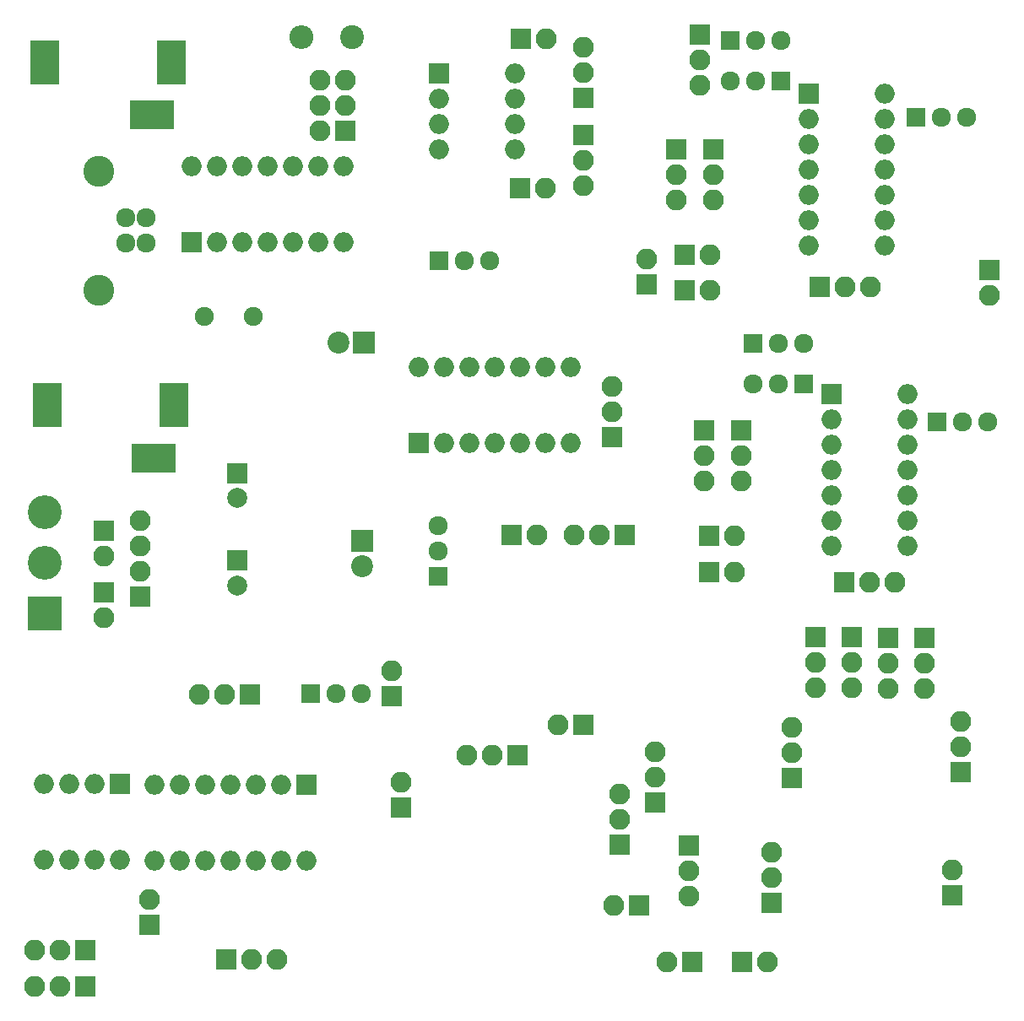
<source format=gbs>
G04 #@! TF.GenerationSoftware,KiCad,Pcbnew,(5.0.0)*
G04 #@! TF.CreationDate,2018-10-21T00:29:04+08:00*
G04 #@! TF.ProjectId,SLMMK1,534C4D4D4B312E6B696361645F706362,rev?*
G04 #@! TF.SameCoordinates,Original*
G04 #@! TF.FileFunction,Soldermask,Bot*
G04 #@! TF.FilePolarity,Negative*
%FSLAX46Y46*%
G04 Gerber Fmt 4.6, Leading zero omitted, Abs format (unit mm)*
G04 Created by KiCad (PCBNEW (5.0.0)) date 10/21/18 00:29:04*
%MOMM*%
%LPD*%
G01*
G04 APERTURE LIST*
%ADD10R,2.100000X2.100000*%
%ADD11O,2.100000X2.100000*%
%ADD12C,2.400000*%
%ADD13O,2.400000X2.400000*%
%ADD14R,2.000000X2.000000*%
%ADD15C,2.000000*%
%ADD16R,2.200000X2.200000*%
%ADD17C,2.200000*%
%ADD18C,1.920000*%
%ADD19C,3.100000*%
%ADD20R,2.900000X4.400000*%
%ADD21R,4.400000X2.900000*%
%ADD22R,3.400000X3.400000*%
%ADD23C,3.400000*%
%ADD24R,1.920000X1.920000*%
%ADD25O,2.000000X2.000000*%
%ADD26C,1.900000*%
G04 APERTURE END LIST*
D10*
G04 #@! TO.C,J8*
X73900000Y-112640000D03*
D11*
X73900000Y-110100000D03*
G04 #@! TD*
D10*
G04 #@! TO.C,SW10*
X115500000Y-95600000D03*
D11*
X115500000Y-98140000D03*
X115500000Y-100680000D03*
G04 #@! TD*
D10*
G04 #@! TO.C,RV48*
X113100000Y-109740000D03*
D11*
X113100000Y-107200000D03*
X113100000Y-104660000D03*
G04 #@! TD*
D12*
G04 #@! TO.C,L1*
X68980000Y-35400000D03*
D13*
X63900000Y-35400000D03*
G04 #@! TD*
D10*
G04 #@! TO.C,BT1*
X44100000Y-84900000D03*
D11*
X44100000Y-87440000D03*
G04 #@! TD*
D10*
G04 #@! TO.C,BT2*
X44100000Y-91100000D03*
D11*
X44100000Y-93640000D03*
G04 #@! TD*
D14*
G04 #@! TO.C,C16*
X57500000Y-79100000D03*
D15*
X57500000Y-81600000D03*
G04 #@! TD*
D14*
G04 #@! TO.C,C18*
X57500000Y-87900000D03*
D15*
X57500000Y-90400000D03*
G04 #@! TD*
D16*
G04 #@! TO.C,D6*
X70000000Y-85900000D03*
D17*
X70000000Y-88440000D03*
G04 #@! TD*
D16*
G04 #@! TO.C,D13*
X70140000Y-66000000D03*
D17*
X67600000Y-66000000D03*
G04 #@! TD*
D18*
G04 #@! TO.C,J2*
X48300000Y-53530000D03*
X48300000Y-56070000D03*
X46300000Y-56070000D03*
X46300000Y-53530000D03*
D19*
X43600000Y-48800000D03*
X43600000Y-60800000D03*
G04 #@! TD*
D10*
G04 #@! TO.C,J3*
X68340000Y-44740000D03*
D11*
X65800000Y-44740000D03*
X68340000Y-42200000D03*
X65800000Y-42200000D03*
X68340000Y-39660000D03*
X65800000Y-39660000D03*
G04 #@! TD*
D20*
G04 #@! TO.C,J6*
X38400000Y-72300000D03*
D21*
X49100000Y-77600000D03*
D20*
X51100000Y-72300000D03*
G04 #@! TD*
G04 #@! TO.C,J7*
X38200000Y-37900000D03*
D21*
X48900000Y-43200000D03*
D20*
X50900000Y-37900000D03*
G04 #@! TD*
D22*
G04 #@! TO.C,J9*
X38200000Y-93180000D03*
D23*
X38200000Y-88100000D03*
X38200000Y-83020000D03*
G04 #@! TD*
D18*
G04 #@! TO.C,Q1*
X111706392Y-70166319D03*
X109166392Y-70166319D03*
D24*
X114246392Y-70166319D03*
G04 #@! TD*
D18*
G04 #@! TO.C,Q2*
X109460000Y-39800000D03*
X106920000Y-39800000D03*
D24*
X112000000Y-39800000D03*
G04 #@! TD*
D18*
G04 #@! TO.C,Q3*
X111706392Y-66062300D03*
X114246392Y-66062300D03*
D24*
X109166392Y-66062300D03*
G04 #@! TD*
D18*
G04 #@! TO.C,Q4*
X109440000Y-35700000D03*
X111980000Y-35700000D03*
D24*
X106900000Y-35700000D03*
G04 #@! TD*
D18*
G04 #@! TO.C,Q5*
X130240000Y-74000000D03*
X132780000Y-74000000D03*
D24*
X127700000Y-74000000D03*
G04 #@! TD*
D18*
G04 #@! TO.C,Q6*
X128040000Y-43400000D03*
X130580000Y-43400000D03*
D24*
X125500000Y-43400000D03*
G04 #@! TD*
D18*
G04 #@! TO.C,Q7*
X80256000Y-57772000D03*
X82796000Y-57772000D03*
D24*
X77716000Y-57772000D03*
G04 #@! TD*
D18*
G04 #@! TO.C,Q8*
X67387001Y-101275001D03*
X69927001Y-101275001D03*
D24*
X64847001Y-101275001D03*
G04 #@! TD*
D18*
G04 #@! TO.C,Q9*
X77600000Y-86960000D03*
X77600000Y-84420000D03*
D24*
X77600000Y-89500000D03*
G04 #@! TD*
D10*
G04 #@! TO.C,RV1*
X118360000Y-90100000D03*
D11*
X120900000Y-90100000D03*
X123440000Y-90100000D03*
G04 #@! TD*
D10*
G04 #@! TO.C,RV2*
X115900000Y-60400000D03*
D11*
X118440000Y-60400000D03*
X120980000Y-60400000D03*
G04 #@! TD*
D10*
G04 #@! TO.C,RV10*
X42254999Y-130600000D03*
D11*
X39714999Y-130600000D03*
X37174999Y-130600000D03*
G04 #@! TD*
D10*
G04 #@! TO.C,RV11*
X42254999Y-127000000D03*
D11*
X39714999Y-127000000D03*
X37174999Y-127000000D03*
G04 #@! TD*
D10*
G04 #@! TO.C,RV15*
X58700000Y-101300000D03*
D11*
X56160000Y-101300000D03*
X53620000Y-101300000D03*
G04 #@! TD*
D10*
G04 #@! TO.C,RV19*
X102800000Y-116460000D03*
D11*
X102800000Y-119000000D03*
X102800000Y-121540000D03*
G04 #@! TD*
D10*
G04 #@! TO.C,RV27*
X85610371Y-107423797D03*
D11*
X83070371Y-107423797D03*
X80530371Y-107423797D03*
G04 #@! TD*
D10*
G04 #@! TO.C,RV29*
X119100000Y-95600000D03*
D11*
X119100000Y-98140000D03*
X119100000Y-100680000D03*
G04 #@! TD*
D10*
G04 #@! TO.C,RV37*
X130000000Y-109080000D03*
D11*
X130000000Y-106540000D03*
X130000000Y-104000000D03*
G04 #@! TD*
D10*
G04 #@! TO.C,RV38*
X122737001Y-95635001D03*
D11*
X122737001Y-98175001D03*
X122737001Y-100715001D03*
G04 #@! TD*
D10*
G04 #@! TO.C,RV44*
X126387001Y-95635001D03*
D11*
X126387001Y-98175001D03*
X126387001Y-100715001D03*
G04 #@! TD*
D10*
G04 #@! TO.C,RV55*
X104300000Y-74800000D03*
D11*
X104300000Y-77340000D03*
X104300000Y-79880000D03*
G04 #@! TD*
D10*
G04 #@! TO.C,RV58*
X101500000Y-46620000D03*
D11*
X101500000Y-49160000D03*
X101500000Y-51700000D03*
G04 #@! TD*
D10*
G04 #@! TO.C,RV85*
X103900000Y-35100000D03*
D11*
X103900000Y-37640000D03*
X103900000Y-40180000D03*
G04 #@! TD*
D10*
G04 #@! TO.C,RV90*
X95810371Y-116403797D03*
D11*
X95810371Y-113863797D03*
X95810371Y-111323797D03*
G04 #@! TD*
D10*
G04 #@! TO.C,RV92*
X99410371Y-112123797D03*
D11*
X99410371Y-109583797D03*
X99410371Y-107043797D03*
G04 #@! TD*
D10*
G04 #@! TO.C,RV202*
X108000000Y-74820000D03*
D11*
X108000000Y-77360000D03*
X108000000Y-79900000D03*
G04 #@! TD*
D10*
G04 #@! TO.C,RV205*
X105200000Y-46620000D03*
D11*
X105200000Y-49160000D03*
X105200000Y-51700000D03*
G04 #@! TD*
D10*
G04 #@! TO.C,SW1*
X73000000Y-101500000D03*
D11*
X73000000Y-98960000D03*
G04 #@! TD*
D10*
G04 #@! TO.C,SW2*
X48700000Y-124400000D03*
D11*
X48700000Y-121860000D03*
G04 #@! TD*
D10*
G04 #@! TO.C,SW3*
X56400000Y-127900000D03*
D11*
X58940000Y-127900000D03*
X61480000Y-127900000D03*
G04 #@! TD*
D10*
G04 #@! TO.C,SW4*
X103100000Y-128200000D03*
D11*
X100560000Y-128200000D03*
G04 #@! TD*
D10*
G04 #@! TO.C,SW5*
X97800000Y-122500000D03*
D11*
X95260000Y-122500000D03*
G04 #@! TD*
D10*
G04 #@! TO.C,SW6*
X111100000Y-122200000D03*
D11*
X111100000Y-119660000D03*
X111100000Y-117120000D03*
G04 #@! TD*
D10*
G04 #@! TO.C,SW7*
X108100000Y-128200000D03*
D11*
X110640000Y-128200000D03*
G04 #@! TD*
D10*
G04 #@! TO.C,SW8*
X129200000Y-121500000D03*
D11*
X129200000Y-118960000D03*
G04 #@! TD*
D10*
G04 #@! TO.C,SW9*
X132900000Y-58700000D03*
D11*
X132900000Y-61240000D03*
G04 #@! TD*
D10*
G04 #@! TO.C,SW11*
X104760000Y-85400000D03*
D11*
X107300000Y-85400000D03*
G04 #@! TD*
D10*
G04 #@! TO.C,SW12*
X102360000Y-57200000D03*
D11*
X104900000Y-57200000D03*
G04 #@! TD*
D10*
G04 #@! TO.C,SW13*
X104760000Y-89050000D03*
D11*
X107300000Y-89050000D03*
G04 #@! TD*
D10*
G04 #@! TO.C,SW14*
X102382767Y-60800000D03*
D11*
X104922767Y-60800000D03*
G04 #@! TD*
D10*
G04 #@! TO.C,SW15*
X98500000Y-60200000D03*
D11*
X98500000Y-57660000D03*
G04 #@! TD*
D10*
G04 #@! TO.C,SW16*
X95100000Y-75480000D03*
D11*
X95100000Y-72940000D03*
X95100000Y-70400000D03*
G04 #@! TD*
D10*
G04 #@! TO.C,SW17*
X85000000Y-85300000D03*
D11*
X87540000Y-85300000D03*
G04 #@! TD*
D10*
G04 #@! TO.C,SW18*
X96300000Y-85300000D03*
D11*
X93760000Y-85300000D03*
X91220000Y-85300000D03*
G04 #@! TD*
D10*
G04 #@! TO.C,SW19*
X47700000Y-91480000D03*
D11*
X47700000Y-88940000D03*
X47700000Y-86400000D03*
X47700000Y-83860000D03*
G04 #@! TD*
D10*
G04 #@! TO.C,SW20*
X92200000Y-41440000D03*
D11*
X92200000Y-38900000D03*
X92200000Y-36360000D03*
G04 #@! TD*
D10*
G04 #@! TO.C,SW21*
X92200000Y-45200000D03*
D11*
X92200000Y-47740000D03*
X92200000Y-50280000D03*
G04 #@! TD*
D14*
G04 #@! TO.C,U1*
X64400000Y-110400000D03*
D25*
X49160000Y-118020000D03*
X61860000Y-110400000D03*
X51700000Y-118020000D03*
X59320000Y-110400000D03*
X54240000Y-118020000D03*
X56780000Y-110400000D03*
X56780000Y-118020000D03*
X54240000Y-110400000D03*
X59320000Y-118020000D03*
X51700000Y-110400000D03*
X61860000Y-118020000D03*
X49160000Y-110400000D03*
X64400000Y-118020000D03*
G04 #@! TD*
D14*
G04 #@! TO.C,U2*
X45720000Y-110300000D03*
D25*
X38100000Y-117920000D03*
X43180000Y-110300000D03*
X40640000Y-117920000D03*
X40640000Y-110300000D03*
X43180000Y-117920000D03*
X38100000Y-110300000D03*
X45720000Y-117920000D03*
G04 #@! TD*
D14*
G04 #@! TO.C,U5*
X117100000Y-71200000D03*
D25*
X124720000Y-86440000D03*
X117100000Y-73740000D03*
X124720000Y-83900000D03*
X117100000Y-76280000D03*
X124720000Y-81360000D03*
X117100000Y-78820000D03*
X124720000Y-78820000D03*
X117100000Y-81360000D03*
X124720000Y-76280000D03*
X117100000Y-83900000D03*
X124720000Y-73740000D03*
X117100000Y-86440000D03*
X124720000Y-71200000D03*
G04 #@! TD*
D14*
G04 #@! TO.C,U6*
X114800000Y-41000000D03*
D25*
X122420000Y-56240000D03*
X114800000Y-43540000D03*
X122420000Y-53700000D03*
X114800000Y-46080000D03*
X122420000Y-51160000D03*
X114800000Y-48620000D03*
X122420000Y-48620000D03*
X114800000Y-51160000D03*
X122420000Y-46080000D03*
X114800000Y-53700000D03*
X122420000Y-43540000D03*
X114800000Y-56240000D03*
X122420000Y-41000000D03*
G04 #@! TD*
D14*
G04 #@! TO.C,U7*
X75684000Y-76060000D03*
D25*
X90924000Y-68440000D03*
X78224000Y-76060000D03*
X88384000Y-68440000D03*
X80764000Y-76060000D03*
X85844000Y-68440000D03*
X83304000Y-76060000D03*
X83304000Y-68440000D03*
X85844000Y-76060000D03*
X80764000Y-68440000D03*
X88384000Y-76060000D03*
X78224000Y-68440000D03*
X90924000Y-76060000D03*
X75684000Y-68440000D03*
G04 #@! TD*
D14*
G04 #@! TO.C,U8*
X52895001Y-55952999D03*
D25*
X68135001Y-48332999D03*
X55435001Y-55952999D03*
X65595001Y-48332999D03*
X57975001Y-55952999D03*
X63055001Y-48332999D03*
X60515001Y-55952999D03*
X60515001Y-48332999D03*
X63055001Y-55952999D03*
X57975001Y-48332999D03*
X65595001Y-55952999D03*
X55435001Y-48332999D03*
X68135001Y-55952999D03*
X52895001Y-48332999D03*
G04 #@! TD*
D14*
G04 #@! TO.C,U9*
X77742591Y-39017435D03*
D25*
X85362591Y-46637435D03*
X77742591Y-41557435D03*
X85362591Y-44097435D03*
X77742591Y-44097435D03*
X85362591Y-41557435D03*
X77742591Y-46637435D03*
X85362591Y-39017435D03*
G04 #@! TD*
D26*
G04 #@! TO.C,Y1*
X54170000Y-63428000D03*
X59050000Y-63428000D03*
G04 #@! TD*
D11*
G04 #@! TO.C,J1*
X89660000Y-104400000D03*
D10*
X92200000Y-104400000D03*
G04 #@! TD*
D11*
G04 #@! TO.C,J4*
X88500000Y-35500000D03*
D10*
X85960000Y-35500000D03*
G04 #@! TD*
G04 #@! TO.C,J5*
X85800000Y-50500000D03*
D11*
X88340000Y-50500000D03*
G04 #@! TD*
M02*

</source>
